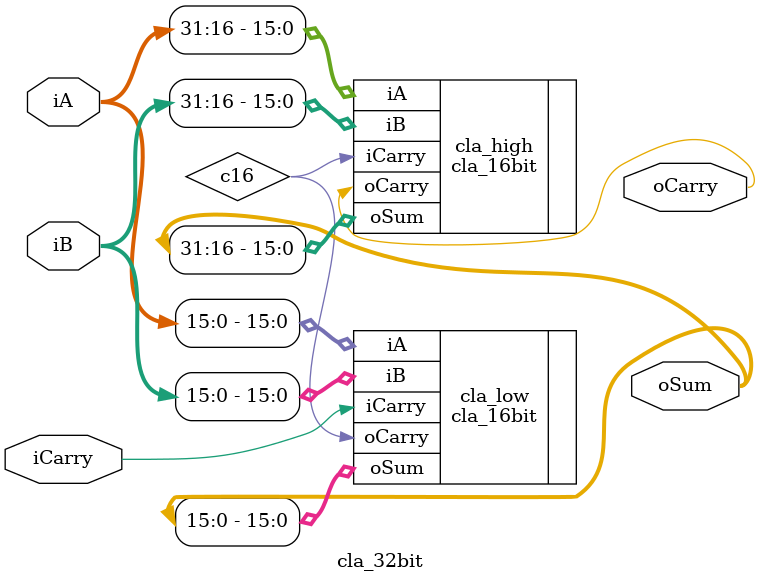
<source format=v>
`timescale 1ns / 1ps

module cla_32bit(
    input wire [31:0] iA, iB,
    input wire iCarry,
    output wire [31:0] oSum,
    output wire oCarry
);
    // Carry between the two 16-bit blocks
    wire c16;
    
    // Instantiate two 16-bit CLA blocks
    cla_16bit cla_low(
        .iA(iA[15:0]),
        .iB(iB[15:0]),
        .iCarry(iCarry),
        .oSum(oSum[15:0]),
        .oCarry(c16)
    );
    
    cla_16bit cla_high(
        .iA(iA[31:16]),
        .iB(iB[31:16]),
        .iCarry(c16),
        .oSum(oSum[31:16]),
        .oCarry(oCarry)
    );
endmodule
</source>
